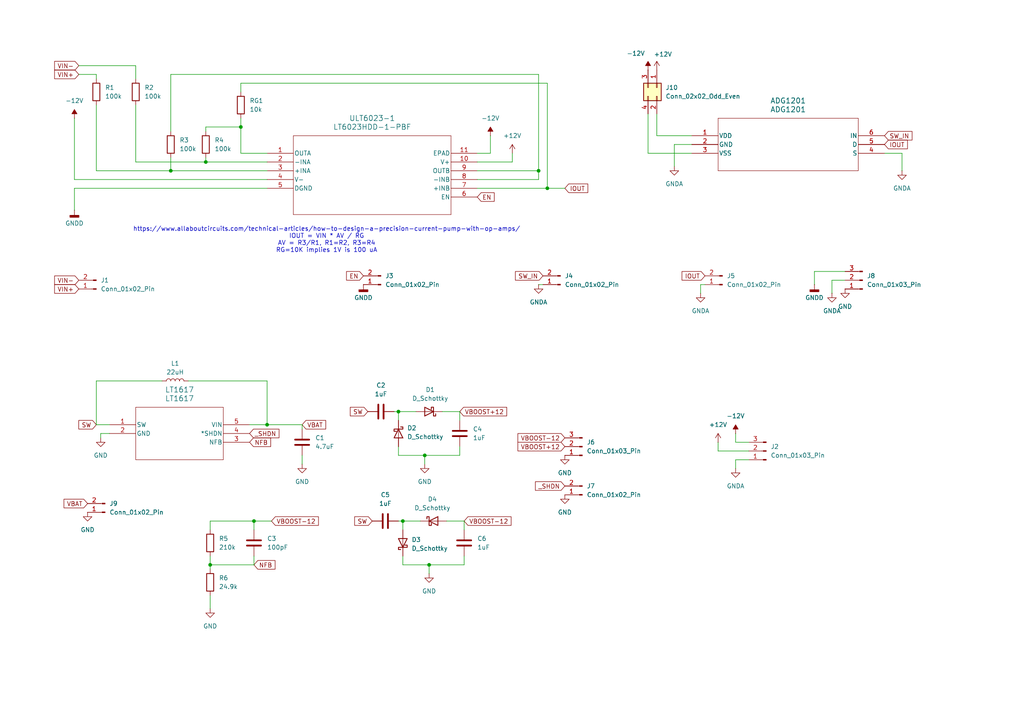
<source format=kicad_sch>
(kicad_sch (version 20231120) (generator "eeschema") (generator_version "8.0")
  (paper "A4")
  (lib_symbols
    (symbol "Connector:Conn_01x02_Pin" (pin_names (offset 1.016) hide)
      (property "Reference" "J" (at 0 2.54 0))
      (property "Value" "Conn_01x02_Pin" (at 0 -5.08 0))
      (symbol "Conn_01x02_Pin_1_1"
        (polyline (pts (xy 1.27 -2.54) (xy 0.8636 -2.54)) (stroke (width 0.1524)))
        (polyline (pts (xy 1.27 0) (xy 0.8636 0)) (stroke (width 0.1524)))
        (rectangle (start 0.8636 -2.413) (end 0 -2.667) (stroke (width 0.1524)) (fill (type outline)))
        (rectangle (start 0.8636 0.127) (end 0 -0.127) (stroke (width 0.1524)) (fill (type outline)))
        (pin passive line (at 5.08 0 180) (length 3.81) (name "Pin_1") (number "1"))
        (pin passive line (at 5.08 -2.54 180) (length 3.81) (name "Pin_2") (number "2"))
      )
    )
    (symbol "Connector:Conn_01x03_Pin" (pin_names (offset 1.016) hide)
      (property "Reference" "J" (at 0 5.08 0))
      (property "Value" "Conn_01x03_Pin" (at 0 -5.08 0))
      (symbol "Conn_01x03_Pin_1_1"
        (polyline (pts (xy 1.27 -2.54) (xy 0.8636 -2.54)) (stroke (width 0.1524)))
        (polyline (pts (xy 1.27 0) (xy 0.8636 0)) (stroke (width 0.1524)))
        (polyline (pts (xy 1.27 2.54) (xy 0.8636 2.54)) (stroke (width 0.1524)))
        (rectangle (start 0.8636 -2.413) (end 0 -2.667) (stroke (width 0.1524)) (fill (type outline)))
        (rectangle (start 0.8636 0.127) (end 0 -0.127) (stroke (width 0.1524)) (fill (type outline)))
        (rectangle (start 0.8636 2.667) (end 0 2.413) (stroke (width 0.1524)) (fill (type outline)))
        (pin passive line (at 5.08 2.54 180) (length 3.81) (name "Pin_1") (number "1"))
        (pin passive line (at 5.08 0 180) (length 3.81) (name "Pin_2") (number "2"))
        (pin passive line (at 5.08 -2.54 180) (length 3.81) (name "Pin_3") (number "3"))
      )
    )
    (symbol "Connector_Generic:Conn_02x02_Odd_Even" (pin_names (offset 1.016) hide)
      (property "Reference" "J" (at 1.27 2.54 0))
      (property "Value" "Conn_02x02_Odd_Even" (at 1.27 -5.08 0))
      (symbol "Conn_02x02_Odd_Even_1_1"
        (rectangle (start -1.27 -2.413) (end 0 -2.667) (stroke (width 0.1524)))
        (rectangle (start -1.27 0.127) (end 0 -0.127) (stroke (width 0.1524)))
        (rectangle (start -1.27 1.27) (end 3.81 -3.81) (stroke (width 0.254)) (fill (type background)))
        (rectangle (start 3.81 -2.413) (end 2.54 -2.667) (stroke (width 0.1524)))
        (rectangle (start 3.81 0.127) (end 2.54 -0.127) (stroke (width 0.1524)))
        (pin passive line (at -5.08 0 0) (length 3.81) (name "Pin_1") (number "1"))
        (pin passive line (at 7.62 0 180) (length 3.81) (name "Pin_2") (number "2"))
        (pin passive line (at -5.08 -2.54 0) (length 3.81) (name "Pin_3") (number "3"))
        (pin passive line (at 7.62 -2.54 180) (length 3.81) (name "Pin_4") (number "4"))
      )
    )
    (symbol "Device:C" (pin_numbers hide) (pin_names (offset 0.254))
      (property "Reference" "C" (at 0.635 2.54 0))
      (property "Value" "C" (at 0.635 -2.54 0))
      (symbol "C_0_1"
        (polyline (pts (xy -2.032 -0.762) (xy 2.032 -0.762)) (stroke (width 0.508)))
        (polyline (pts (xy -2.032 0.762) (xy 2.032 0.762)) (stroke (width 0.508)))
      )
      (symbol "C_1_1"
        (pin passive line (at 0 3.81 270) (length 2.794) (name "~") (number "1"))
        (pin passive line (at 0 -3.81 90) (length 2.794) (name "~") (number "2"))
      )
    )
    (symbol "Device:D_Schottky" (pin_numbers hide) (pin_names (offset 1.016) hide)
      (property "Reference" "D" (at 0 2.54 0))
      (property "Value" "D_Schottky" (at 0 -2.54 0))
      (symbol "D_Schottky_0_1"
        (polyline (pts (xy 1.27 0) (xy -1.27 0)))
        (polyline (pts (xy 1.27 1.27) (xy 1.27 -1.27) (xy -1.27 0) (xy 1.27 1.27)) (stroke (width 0.254)))
        (polyline (pts (xy -1.905 0.635) (xy -1.905 1.27) (xy -1.27 1.27) (xy -1.27 -1.27) (xy -0.635 -1.27) (xy -0.635 -0.635)) (stroke (width 0.254)))
      )
      (symbol "D_Schottky_1_1"
        (pin passive line (at -3.81 0 0) (length 2.54) (name "K") (number "1"))
        (pin passive line (at 3.81 0 180) (length 2.54) (name "A") (number "2"))
      )
    )
    (symbol "Device:L" (pin_numbers hide) (pin_names (offset 1.016) hide)
      (property "Reference" "L" (at -1.27 0 90))
      (property "Value" "L" (at 1.905 0 90))
      (symbol "L_0_1"
        (arc (start 0 -2.54) (mid 0.6323 -1.905) (end 0 -1.27))
        (arc (start 0 -1.27) (mid 0.6323 -0.635) (end 0 0))
        (arc (start 0 0) (mid 0.6323 0.635) (end 0 1.27))
        (arc (start 0 1.27) (mid 0.6323 1.905) (end 0 2.54))
      )
      (symbol "L_1_1"
        (pin passive line (at 0 3.81 270) (length 1.27) (name "1") (number "1"))
        (pin passive line (at 0 -3.81 90) (length 1.27) (name "2") (number "2"))
      )
    )
    (symbol "Device:R" (pin_numbers hide) (pin_names (offset 0))
      (property "Reference" "R" (at 2.032 0 90))
      (property "Value" "R" (at 0 0 90))
      (symbol "R_0_1"
        (rectangle (start -1.016 -2.54) (end 1.016 2.54) (stroke (width 0.254)))
      )
      (symbol "R_1_1"
        (pin passive line (at 0 3.81 270) (length 1.27) (name "~") (number "1"))
        (pin passive line (at 0 -3.81 90) (length 1.27) (name "~") (number "2"))
      )
    )
    (symbol "StiMo:ADG1201" (pin_names (offset 0.254))
      (property "Reference" "U" (at 27.94 10.16 0))
      (property "Value" "ADG1201" (at 27.94 7.62 0))
      (symbol "ADG1201_0_1"
        (polyline (pts (xy 7.62 -10.16) (xy 48.26 -10.16)) (stroke (width 0.127)))
        (polyline (pts (xy 7.62 5.08) (xy 7.62 -10.16)) (stroke (width 0.127)))
        (polyline (pts (xy 48.26 -10.16) (xy 48.26 5.08)) (stroke (width 0.127)))
        (polyline (pts (xy 48.26 5.08) (xy 7.62 5.08)) (stroke (width 0.127)))
        (pin power_in line (at 0 0 0) (length 7.62) (name "VDD") (number "1"))
        (pin unspecified line (at 0 -2.54 0) (length 7.62) (name "GND") (number "2"))
        (pin power_in line (at 0 -5.08 0) (length 7.62) (name "VSS") (number "3"))
        (pin unspecified line (at 55.88 -5.08 180) (length 7.62) (name "S") (number "4"))
        (pin unspecified line (at 55.88 -2.54 180) (length 7.62) (name "D") (number "5"))
        (pin unspecified line (at 55.88 0 180) (length 7.62) (name "IN") (number "6"))
      )
    )
    (symbol "StiMo:LT1617" (pin_names (offset 0.254))
      (property "Reference" "U" (at 20.32 10.16 0))
      (property "Value" "LT1617" (at 20.32 7.62 0))
      (symbol "LT1617_0_1"
        (polyline (pts (xy 7.62 -10.16) (xy 33.02 -10.16)) (stroke (width 0.127)))
        (polyline (pts (xy 7.62 5.08) (xy 7.62 -10.16)) (stroke (width 0.127)))
        (polyline (pts (xy 33.02 -10.16) (xy 33.02 5.08)) (stroke (width 0.127)))
        (polyline (pts (xy 33.02 5.08) (xy 7.62 5.08)) (stroke (width 0.127)))
        (pin unspecified line (at 0 0 0) (length 7.62) (name "SW") (number "1"))
        (pin power_in line (at 0 -2.54 0) (length 7.62) (name "GND") (number "2"))
        (pin unspecified line (at 40.64 -5.08 180) (length 7.62) (name "NFB") (number "3"))
        (pin unspecified line (at 40.64 -2.54 180) (length 7.62) (name "*SHDN") (number "4"))
        (pin input line (at 40.64 0 180) (length 7.62) (name "VIN") (number "5"))
      )
    )
    (symbol "StiMo:LT6023HDD-1-PBF" (pin_names (offset 0.254))
      (property "Reference" "U" (at 30.48 10.16 0))
      (property "Value" "LT6023HDD-1-PBF" (at 30.48 7.62 0))
      (symbol "LT6023HDD-1-PBF_0_1"
        (polyline (pts (xy 7.62 -17.78) (xy 53.34 -17.78)) (stroke (width 0.127)))
        (polyline (pts (xy 7.62 5.08) (xy 7.62 -17.78)) (stroke (width 0.127)))
        (polyline (pts (xy 53.34 -17.78) (xy 53.34 5.08)) (stroke (width 0.127)))
        (polyline (pts (xy 53.34 5.08) (xy 7.62 5.08)) (stroke (width 0.127)))
        (pin output line (at 0 0 0) (length 7.62) (name "OUTA") (number "1"))
        (pin power_in line (at 60.96 -2.54 180) (length 7.62) (name "V+") (number "10"))
        (pin unspecified line (at 60.96 0 180) (length 7.62) (name "EPAD") (number "11"))
        (pin input line (at 0 -2.54 0) (length 7.62) (name "-INA") (number "2"))
        (pin input line (at 0 -5.08 0) (length 7.62) (name "+INA") (number "3"))
        (pin power_in line (at 0 -7.62 0) (length 7.62) (name "V-") (number "4"))
        (pin power_in line (at 0 -10.16 0) (length 7.62) (name "DGND") (number "5"))
        (pin unspecified line (at 60.96 -12.7 180) (length 7.62) (name "EN") (number "6"))
        (pin input line (at 60.96 -10.16 180) (length 7.62) (name "+INB") (number "7"))
        (pin input line (at 60.96 -7.62 180) (length 7.62) (name "-INB") (number "8"))
        (pin output line (at 60.96 -5.08 180) (length 7.62) (name "OUTB") (number "9"))
      )
    )
    (symbol "power:+12V" (power) (pin_numbers hide) (pin_names (offset 0) hide)
      (property "Value" "+12V" (at 0 3.556 0))
      (symbol "+12V_0_1"
        (polyline (pts (xy -0.762 1.27) (xy 0 2.54)))
        (polyline (pts (xy 0 0) (xy 0 2.54)))
        (polyline (pts (xy 0 2.54) (xy 0.762 1.27)))
      )
      (symbol "+12V_1_1"
        (pin power_in line (at 0 0 90) (length 0) (name "~") (number "1"))
      )
    )
    (symbol "power:-12V" (power) (pin_numbers hide) (pin_names (offset 0) hide)
      (property "Value" "-12V" (at 0 3.556 0))
      (symbol "-12V_0_0"
        (pin power_in line (at 0 0 90) (length 0) (name "~") (number "1"))
      )
      (symbol "-12V_0_1"
        (polyline (pts (xy 0 0) (xy 0 1.27) (xy 0.762 1.27) (xy 0 2.54) (xy -0.762 1.27) (xy 0 1.27)) (fill (type outline)))
      )
    )
    (symbol "power:GND" (power) (pin_numbers hide) (pin_names (offset 0) hide)
      (property "Value" "GND" (at 0 -3.81 0))
      (symbol "GND_0_1"
        (polyline (pts (xy 0 0) (xy 0 -1.27) (xy 1.27 -1.27) (xy 0 -2.54) (xy -1.27 -1.27) (xy 0 -1.27)))
      )
      (symbol "GND_1_1"
        (pin power_in line (at 0 0 270) (length 0) (name "~") (number "1"))
      )
    )
    (symbol "power:GNDA" (power) (pin_numbers hide) (pin_names (offset 0) hide)
      (property "Value" "GNDA" (at 0 -3.81 0))
      (symbol "GNDA_0_1"
        (polyline (pts (xy 0 0) (xy 0 -1.27) (xy 1.27 -1.27) (xy 0 -2.54) (xy -1.27 -1.27) (xy 0 -1.27)))
      )
      (symbol "GNDA_1_1"
        (pin power_in line (at 0 0 270) (length 0) (name "~") (number "1"))
      )
    )
    (symbol "power:GNDD" (power) (pin_numbers hide) (pin_names (offset 0) hide)
      (property "Value" "GNDD" (at 0 -3.175 0))
      (symbol "GNDD_0_1"
        (rectangle (start -1.27 -1.524) (end 1.27 -2.032) (stroke (width 0.254)) (fill (type outline)))
        (polyline (pts (xy 0 0) (xy 0 -1.524)))
      )
      (symbol "GNDD_1_1"
        (pin power_in line (at 0 0 270) (length 0) (name "~") (number "1"))
      )
    )
  )
  (junction (at 73.66 151.13))
  (junction (at 49.53 49.53))
  (junction (at 158.75 54.61))
  (junction (at 156.21 49.53))
  (junction (at 123.19 132.08))
  (junction (at 59.69 46.99))
  (junction (at 60.96 163.83))
  (junction (at 77.47 123.19))
  (junction (at 116.84 151.13))
  (junction (at 69.85 36.83))
  (junction (at 115.57 119.38))
  (junction (at 124.46 163.83))
  (wire (pts (xy 73.66 163.83) (xy 73.66 161.29)))
  (wire (pts (xy 213.36 133.35) (xy 213.36 135.89)))
  (wire (pts (xy 133.35 119.38) (xy 128.27 119.38)))
  (wire (pts (xy 60.96 151.13) (xy 60.96 153.67)))
  (wire (pts (xy 213.36 128.27) (xy 213.36 125.73)))
  (wire (pts (xy 59.69 45.72) (xy 59.69 46.99)))
  (wire (pts (xy 60.96 161.29) (xy 60.96 163.83)))
  (wire (pts (xy 203.2 82.55) (xy 203.2 85.09)))
  (wire (pts (xy 138.43 44.45) (xy 142.24 44.45)))
  (wire (pts (xy 134.62 163.83) (xy 124.46 163.83)))
  (wire (pts (xy 22.86 19.05) (xy 39.37 19.05)))
  (wire (pts (xy 134.62 161.29) (xy 134.62 163.83)))
  (wire (pts (xy 49.53 45.72) (xy 49.53 49.53)))
  (wire (pts (xy 78.74 151.13) (xy 73.66 151.13)))
  (wire (pts (xy 241.3 81.28) (xy 245.11 81.28)))
  (wire (pts (xy 157.48 82.55) (xy 156.21 82.55)))
  (wire (pts (xy 208.28 130.81) (xy 208.28 128.27)))
  (wire (pts (xy 115.57 119.38) (xy 114.3 119.38)))
  (wire (pts (xy 115.57 132.08) (xy 115.57 129.54)))
  (wire (pts (xy 217.17 128.27) (xy 213.36 128.27)))
  (wire (pts (xy 116.84 151.13) (xy 115.57 151.13)))
  (wire (pts (xy 200.66 39.37) (xy 190.5 39.37)))
  (wire (pts (xy 73.66 151.13) (xy 73.66 153.67)))
  (wire (pts (xy 200.66 41.91) (xy 195.58 41.91)))
  (wire (pts (xy 148.59 46.99) (xy 148.59 44.45)))
  (wire (pts (xy 49.53 49.53) (xy 77.47 49.53)))
  (wire (pts (xy 261.62 44.45) (xy 261.62 49.53)))
  (wire (pts (xy 21.59 54.61) (xy 77.47 54.61)))
  (wire (pts (xy 39.37 22.86) (xy 39.37 19.05)))
  (wire (pts (xy 69.85 34.29) (xy 69.85 36.83)))
  (wire (pts (xy 123.19 132.08) (xy 115.57 132.08)))
  (wire (pts (xy 138.43 49.53) (xy 156.21 49.53)))
  (wire (pts (xy 121.92 151.13) (xy 116.84 151.13)))
  (wire (pts (xy 77.47 123.19) (xy 87.63 123.19)))
  (wire (pts (xy 69.85 36.83) (xy 69.85 44.45)))
  (wire (pts (xy 39.37 30.48) (xy 39.37 46.99)))
  (wire (pts (xy 60.96 172.72) (xy 60.96 176.53)))
  (wire (pts (xy 133.35 121.92) (xy 133.35 119.38)))
  (wire (pts (xy 21.59 52.07) (xy 21.59 34.29)))
  (wire (pts (xy 236.22 78.74) (xy 245.11 78.74)))
  (wire (pts (xy 138.43 46.99) (xy 148.59 46.99)))
  (wire (pts (xy 120.65 119.38) (xy 115.57 119.38)))
  (wire (pts (xy 77.47 52.07) (xy 21.59 52.07)))
  (wire (pts (xy 217.17 133.35) (xy 213.36 133.35)))
  (wire (pts (xy 69.85 44.45) (xy 77.47 44.45)))
  (wire (pts (xy 217.17 130.81) (xy 208.28 130.81)))
  (wire (pts (xy 60.96 163.83) (xy 73.66 163.83)))
  (wire (pts (xy 59.69 36.83) (xy 69.85 36.83)))
  (wire (pts (xy 187.96 44.45) (xy 200.66 44.45)))
  (wire (pts (xy 138.43 52.07) (xy 156.21 52.07)))
  (wire (pts (xy 158.75 54.61) (xy 163.83 54.61)))
  (wire (pts (xy 27.94 110.49) (xy 27.94 123.19)))
  (wire (pts (xy 69.85 26.67) (xy 69.85 24.13)))
  (wire (pts (xy 190.5 39.37) (xy 190.5 33.02)))
  (wire (pts (xy 72.39 123.19) (xy 77.47 123.19)))
  (wire (pts (xy 73.66 151.13) (xy 60.96 151.13)))
  (wire (pts (xy 158.75 24.13) (xy 158.75 54.61)))
  (wire (pts (xy 59.69 36.83) (xy 59.69 38.1)))
  (wire (pts (xy 134.62 153.67) (xy 134.62 151.13)))
  (wire (pts (xy 156.21 52.07) (xy 156.21 49.53)))
  (wire (pts (xy 21.59 60.96) (xy 21.59 54.61)))
  (wire (pts (xy 156.21 21.59) (xy 156.21 49.53)))
  (wire (pts (xy 29.21 125.73) (xy 31.75 125.73)))
  (wire (pts (xy 116.84 163.83) (xy 116.84 161.29)))
  (wire (pts (xy 27.94 22.86) (xy 27.94 21.59)))
  (wire (pts (xy 49.53 21.59) (xy 156.21 21.59)))
  (wire (pts (xy 142.24 44.45) (xy 142.24 39.37)))
  (wire (pts (xy 124.46 163.83) (xy 124.46 166.37)))
  (wire (pts (xy 133.35 129.54) (xy 133.35 132.08)))
  (wire (pts (xy 236.22 82.55) (xy 236.22 78.74)))
  (wire (pts (xy 77.47 110.49) (xy 54.61 110.49)))
  (wire (pts (xy 241.3 85.09) (xy 241.3 81.28)))
  (wire (pts (xy 27.94 49.53) (xy 27.94 30.48)))
  (wire (pts (xy 29.21 127) (xy 29.21 125.73)))
  (wire (pts (xy 77.47 123.19) (xy 77.47 110.49)))
  (wire (pts (xy 138.43 54.61) (xy 158.75 54.61)))
  (wire (pts (xy 59.69 46.99) (xy 77.47 46.99)))
  (wire (pts (xy 124.46 163.83) (xy 116.84 163.83)))
  (wire (pts (xy 27.94 123.19) (xy 31.75 123.19)))
  (wire (pts (xy 115.57 119.38) (xy 115.57 121.92)))
  (wire (pts (xy 204.47 82.55) (xy 203.2 82.55)))
  (wire (pts (xy 39.37 46.99) (xy 59.69 46.99)))
  (wire (pts (xy 27.94 49.53) (xy 49.53 49.53)))
  (wire (pts (xy 46.99 110.49) (xy 27.94 110.49)))
  (wire (pts (xy 195.58 41.91) (xy 195.58 48.26)))
  (wire (pts (xy 133.35 132.08) (xy 123.19 132.08)))
  (wire (pts (xy 87.63 134.62) (xy 87.63 132.08)))
  (wire (pts (xy 187.96 33.02) (xy 187.96 44.45)))
  (wire (pts (xy 134.62 151.13) (xy 129.54 151.13)))
  (wire (pts (xy 116.84 151.13) (xy 116.84 153.67)))
  (wire (pts (xy 69.85 24.13) (xy 158.75 24.13)))
  (wire (pts (xy 123.19 132.08) (xy 123.19 134.62)))
  (wire (pts (xy 49.53 38.1) (xy 49.53 21.59)))
  (wire (pts (xy 256.54 44.45) (xy 261.62 44.45)))
  (wire (pts (xy 22.86 21.59) (xy 27.94 21.59)))
  (wire (pts (xy 60.96 163.83) (xy 60.96 165.1)))
  (wire (pts (xy 87.63 123.19) (xy 87.63 124.46)))
  (text "https://www.allaboutcircuits.com/technical-articles/how-to-design-a-precision-current-pump-with-op-amps/\nIOUT = VIN * AV / RG\nAV = R3/R1, R1=R2, R3=R4\nRG=10K implies 1V is 100 uA" (at 94.742 69.596 0) (effects (font (size 1.27 1.27))))
  (global_label "VBOOST-12" (shape input) (at 78.74 151.13 0) (property "Intersheetrefs" "${INTERSHEET_REFS}" (effects (hide yes))))
  (global_label "NFB" (shape input) (at 73.66 163.83 0) (property "Intersheetrefs" "${INTERSHEET_REFS}" (effects (hide yes))))
  (global_label "VIN+" (shape input) (at 22.86 83.82 180) (property "Intersheetrefs" "${INTERSHEET_REFS}" (effects (hide yes))))
  (global_label "_SHDN" (shape input) (at 72.39 125.73 0) (property "Intersheetrefs" "${INTERSHEET_REFS}" (effects (hide yes))))
  (global_label "SW" (shape input) (at 27.94 123.19 180) (property "Intersheetrefs" "${INTERSHEET_REFS}" (effects (hide yes))))
  (global_label "NFB" (shape input) (at 72.39 128.27 0) (property "Intersheetrefs" "${INTERSHEET_REFS}" (effects (hide yes))))
  (global_label "IOUT" (shape input) (at 204.47 80.01 180) (property "Intersheetrefs" "${INTERSHEET_REFS}" (effects (hide yes))))
  (global_label "VBOOST-12" (shape input) (at 134.62 151.13 0) (property "Intersheetrefs" "${INTERSHEET_REFS}" (effects (hide yes))))
  (global_label "SW_IN" (shape input) (at 157.48 80.01 180) (property "Intersheetrefs" "${INTERSHEET_REFS}" (effects (hide yes))))
  (global_label "VBAT" (shape input) (at 87.63 123.19 0) (property "Intersheetrefs" "${INTERSHEET_REFS}" (effects (hide yes))))
  (global_label "IOUT" (shape input) (at 256.54 41.91 0) (property "Intersheetrefs" "${INTERSHEET_REFS}" (effects (hide yes))))
  (global_label "EN" (shape input) (at 105.41 80.01 180) (property "Intersheetrefs" "${INTERSHEET_REFS}" (effects (hide yes))))
  (global_label "VBOOST+12" (shape input) (at 133.35 119.38 0) (property "Intersheetrefs" "${INTERSHEET_REFS}" (effects (hide yes))))
  (global_label "VIN-" (shape input) (at 22.86 19.05 180) (property "Intersheetrefs" "${INTERSHEET_REFS}" (effects (hide yes))))
  (global_label "VBOOST+12" (shape input) (at 163.83 129.54 180) (property "Intersheetrefs" "${INTERSHEET_REFS}" (effects (hide yes))))
  (global_label "VIN-" (shape input) (at 22.86 81.28 180) (property "Intersheetrefs" "${INTERSHEET_REFS}" (effects (hide yes))))
  (global_label "EN" (shape input) (at 138.43 57.15 0) (property "Intersheetrefs" "${INTERSHEET_REFS}" (effects (hide yes))))
  (global_label "IOUT" (shape input) (at 163.83 54.61 0) (property "Intersheetrefs" "${INTERSHEET_REFS}" (effects (hide yes))))
  (global_label "VIN+" (shape input) (at 22.86 21.59 180) (property "Intersheetrefs" "${INTERSHEET_REFS}" (effects (hide yes))))
  (global_label "_SHDN" (shape input) (at 163.83 140.97 180) (property "Intersheetrefs" "${INTERSHEET_REFS}" (effects (hide yes))))
  (global_label "VBOOST-12" (shape input) (at 163.83 127 180) (property "Intersheetrefs" "${INTERSHEET_REFS}" (effects (hide yes))))
  (global_label "SW_IN" (shape input) (at 256.54 39.37 0) (property "Intersheetrefs" "${INTERSHEET_REFS}" (effects (hide yes))))
  (global_label "VBAT" (shape input) (at 25.4 146.05 180) (property "Intersheetrefs" "${INTERSHEET_REFS}" (effects (hide yes))))
  (global_label "SW" (shape input) (at 107.95 151.13 180) (property "Intersheetrefs" "${INTERSHEET_REFS}" (effects (hide yes))))
  (global_label "SW" (shape input) (at 106.68 119.38 180) (property "Intersheetrefs" "${INTERSHEET_REFS}" (effects (hide yes))))
  (symbol (lib_id "StiMo:LT1617") (at 31.75 123.19 0) (unit 1)
    (property "Reference" "LT1617" (at 52.07 113.03 0) (effects (font (size 1.524 1.524))))
    (property "Value" "LT1617" (at 52.07 115.57 0) (effects (font (size 1.524 1.524))))
    (property "Footprint" "StiMo:S_5_ADI" (effects (hide yes)))
    (property "Datasheet" "LT1617ES5-TRMPBF" (effects (hide yes)))
  )
  (symbol (lib_id "Device:C") (at 134.62 157.48 0) (unit 1)
    (property "Reference" "C6" (at 138.43 156.2099 0) (effects (justify left)))
    (property "Value" "1uF" (at 138.43 158.7499 0) (effects (justify left)))
    (property "Footprint" "Capacitor_SMD:C_0603_1608Metric" (effects (hide yes)))
    (property "Description" "Unpolarized capacitor" (effects (hide yes)))
  )
  (symbol (lib_id "power:GND") (at 123.19 134.62 0) (unit 1)
    (property "Reference" "#PWR018" (effects (hide yes)))
    (property "Value" "GND" (at 123.19 139.7 0))
    (property "Description" "Power symbol creates a global label with name \"GND\" , ground" (effects (hide yes)))
  )
  (symbol (lib_id "power:-12V") (at 187.96 20.32 0) (unit 1)
    (property "Reference" "#PWR06" (effects (hide yes)))
    (property "Value" "-12V" (at 184.404 15.494 0))
    (property "Description" "Power symbol creates a global label with name \"-12V\"" (effects (hide yes)))
  )
  (symbol (lib_id "power:GND") (at 25.4 148.59 0) (unit 1)
    (property "Reference" "#PWR025" (effects (hide yes)))
    (property "Value" "GND" (at 25.4 153.67 0))
    (property "Description" "Power symbol creates a global label with name \"GND\" , ground" (effects (hide yes)))
  )
  (symbol (lib_id "Device:D_Schottky") (at 115.57 125.73 270) (unit 1)
    (property "Reference" "D2" (at 118.11 124.1424 90) (effects (justify left)))
    (property "Value" "D_Schottky" (at 118.11 126.6824 90) (effects (justify left)))
    (property "Footprint" "Diode_SMD:D_0805_2012Metric" (effects (hide yes)))
    (property "Description" "Schottky diode" (effects (hide yes)))
  )
  (symbol (lib_id "power:GND") (at 245.11 83.82 0) (unit 1)
    (property "Reference" "#PWR022" (effects (hide yes)))
    (property "Value" "GND" (at 245.11 88.9 0))
    (property "Description" "Power symbol creates a global label with name \"GND\" , ground" (effects (hide yes)))
  )
  (symbol (lib_id "power:+12V") (at 208.28 128.27 0) (unit 1)
    (property "Reference" "#PWR027" (effects (hide yes)))
    (property "Value" "+12V" (at 208.28 123.19 0))
    (property "Description" "Power symbol creates a global label with name \"+12V\"" (effects (hide yes)))
  )
  (symbol (lib_id "Device:R") (at 60.96 157.48 0) (unit 1)
    (property "Reference" "R5" (at 63.5 156.2099 0) (effects (justify left)))
    (property "Value" "210k" (at 63.5 158.7499 0) (effects (justify left)))
    (property "Footprint" "Resistor_SMD:R_0603_1608Metric" (effects (hide yes)))
    (property "Description" "Resistor" (effects (hide yes)))
  )
  (symbol (lib_id "Device:C") (at 110.49 119.38 90) (unit 1)
    (property "Reference" "C2" (at 110.49 111.76 90))
    (property "Value" "1uF" (at 110.49 114.3 90))
    (property "Footprint" "Capacitor_SMD:C_0603_1608Metric" (effects (hide yes)))
    (property "Description" "Unpolarized capacitor" (effects (hide yes)))
  )
  (symbol (lib_id "Connector:Conn_01x02_Pin") (at 30.48 148.59 180) (unit 1)
    (property "Reference" "J9" (at 31.75 146.0499 0) (effects (justify right)))
    (property "Value" "Conn_01x02_Pin" (at 31.75 148.5899 0) (effects (justify right)))
    (property "Footprint" "Connector_PinHeader_2.54mm:PinHeader_1x02_P2.54mm_Vertical" (effects (hide yes)))
    (property "Description" "Generic connector, single row, 01x02, script generated" (effects (hide yes)))
  )
  (symbol (lib_id "Connector:Conn_01x03_Pin") (at 168.91 129.54 180) (unit 1)
    (property "Reference" "J6" (at 170.18 128.2699 0) (effects (justify right)))
    (property "Value" "Conn_01x03_Pin" (at 170.18 130.8099 0) (effects (justify right)))
    (property "Footprint" "Connector_PinHeader_2.54mm:PinHeader_1x03_P2.54mm_Vertical" (effects (hide yes)))
    (property "Description" "Generic connector, single row, 01x03, script generated" (effects (hide yes)))
  )
  (symbol (lib_id "Device:R") (at 27.94 26.67 0) (unit 1)
    (property "Reference" "R1" (at 30.48 25.3999 0) (effects (justify left)))
    (property "Value" "100k" (at 30.48 27.9399 0) (effects (justify left)))
    (property "Footprint" "Resistor_SMD:R_0805_2012Metric" (effects (hide yes)))
    (property "Description" "Resistor" (effects (hide yes)))
  )
  (symbol (lib_id "Device:D_Schottky") (at 124.46 119.38 180) (unit 1)
    (property "Reference" "D1" (at 124.7775 113.03 0))
    (property "Value" "D_Schottky" (at 124.7775 115.57 0))
    (property "Footprint" "Diode_SMD:D_0805_2012Metric" (effects (hide yes)))
    (property "Description" "Schottky diode" (effects (hide yes)))
  )
  (symbol (lib_id "Device:R") (at 59.69 41.91 0) (unit 1)
    (property "Reference" "R4" (at 62.23 40.6399 0) (effects (justify left)))
    (property "Value" "100k" (at 62.23 43.1799 0) (effects (justify left)))
    (property "Footprint" "Resistor_SMD:R_0805_2012Metric" (effects (hide yes)))
    (property "Description" "Resistor" (effects (hide yes)))
  )
  (symbol (lib_id "power:GNDA") (at 261.62 49.53 0) (unit 1)
    (property "Reference" "#PWR08" (effects (hide yes)))
    (property "Value" "GNDA" (at 261.62 54.61 0))
    (property "Description" "Power symbol creates a global label with name \"GNDA\" , analog ground" (effects (hide yes)))
  )
  (symbol (lib_id "Device:C") (at 87.63 128.27 180) (unit 1)
    (property "Reference" "C1" (at 91.44 126.9999 0) (effects (justify right)))
    (property "Value" "4.7uF" (at 91.44 129.5399 0) (effects (justify right)))
    (property "Footprint" "Capacitor_SMD:C_0805_2012Metric" (effects (hide yes)))
    (property "Description" "Unpolarized capacitor" (effects (hide yes)))
  )
  (symbol (lib_id "Device:C") (at 133.35 125.73 0) (unit 1)
    (property "Reference" "C4" (at 137.16 124.4599 0) (effects (justify left)))
    (property "Value" "1uF" (at 137.16 126.9999 0) (effects (justify left)))
    (property "Footprint" "Capacitor_SMD:C_0603_1608Metric" (effects (hide yes)))
    (property "Description" "Unpolarized capacitor" (effects (hide yes)))
  )
  (symbol (lib_id "power:GNDA") (at 213.36 135.89 0) (unit 1)
    (property "Reference" "#PWR028" (effects (hide yes)))
    (property "Value" "GNDA" (at 213.36 140.97 0))
    (property "Description" "Power symbol creates a global label with name \"GNDA\" , analog ground" (effects (hide yes)))
  )
  (symbol (lib_id "Connector:Conn_01x02_Pin") (at 168.91 143.51 180) (unit 1)
    (property "Reference" "J7" (at 170.18 140.9699 0) (effects (justify right)))
    (property "Value" "Conn_01x02_Pin" (at 170.18 143.5099 0) (effects (justify right)))
    (property "Footprint" "Connector_PinHeader_2.54mm:PinHeader_1x02_P2.54mm_Vertical" (effects (hide yes)))
    (property "Description" "Generic connector, single row, 01x02, script generated" (effects (hide yes)))
  )
  (symbol (lib_id "power:GND") (at 163.83 143.51 0) (unit 1)
    (property "Reference" "#PWR023" (effects (hide yes)))
    (property "Value" "GND" (at 163.83 148.59 0))
    (property "Description" "Power symbol creates a global label with name \"GND\" , ground" (effects (hide yes)))
  )
  (symbol (lib_id "StiMo:LT6023HDD-1-PBF") (at 77.47 44.45 0) (unit 1)
    (property "Reference" "ULT6023-1" (at 107.95 34.29 0) (effects (font (size 1.524 1.524))))
    (property "Value" "LT6023HDD-1-PBF" (at 107.95 36.83 0) (effects (font (size 1.524 1.524))))
    (property "Footprint" "StiMo:DFN-10_DD_LIT" (effects (hide yes)))
    (property "Datasheet" "LT6023HDD-1-PBF" (effects (hide yes)))
  )
  (symbol (lib_id "power:+12V") (at 148.59 44.45 0) (unit 1)
    (property "Reference" "#PWR02" (effects (hide yes)))
    (property "Value" "+12V" (at 148.59 39.37 0))
    (property "Description" "Power symbol creates a global label with name \"+12V\"" (effects (hide yes)))
  )
  (symbol (lib_id "power:-12V") (at 142.24 39.37 0) (unit 1)
    (property "Reference" "#PWR04" (effects (hide yes)))
    (property "Value" "-12V" (at 142.24 34.29 0))
    (property "Description" "Power symbol creates a global label with name \"-12V\"" (effects (hide yes)))
  )
  (symbol (lib_id "power:GND") (at 163.83 132.08 0) (unit 1)
    (property "Reference" "#PWR021" (effects (hide yes)))
    (property "Value" "GND" (at 163.83 137.16 0))
    (property "Description" "Power symbol creates a global label with name \"GND\" , ground" (effects (hide yes)))
  )
  (symbol (lib_id "power:GNDA") (at 241.3 85.09 0) (unit 1)
    (property "Reference" "#PWR012" (effects (hide yes)))
    (property "Value" "GNDA" (at 241.3 90.17 0))
    (property "Description" "Power symbol creates a global label with name \"GNDA\" , analog ground" (effects (hide yes)))
  )
  (symbol (lib_id "Device:L") (at 50.8 110.49 90) (unit 1)
    (property "Reference" "L1" (at 50.8 105.41 90))
    (property "Value" "22uH" (at 50.8 107.95 90))
    (property "Footprint" "Inductor_SMD:L_1210_3225Metric" (effects (hide yes)))
    (property "Datasheet" "https://mou.sr/3GE1ZrK" (effects (hide yes)))
    (property "Description" "Inductor" (effects (hide yes)))
  )
  (symbol (lib_id "power:GNDA") (at 195.58 48.26 0) (unit 1)
    (property "Reference" "#PWR07" (effects (hide yes)))
    (property "Value" "GNDA" (at 195.58 53.34 0))
    (property "Description" "Power symbol creates a global label with name \"GNDA\" , analog ground" (effects (hide yes)))
  )
  (symbol (lib_id "Device:D_Schottky") (at 116.84 157.48 90) (unit 1)
    (property "Reference" "D3" (at 119.38 156.5274 90) (effects (justify right)))
    (property "Value" "D_Schottky" (at 119.38 159.0674 90) (effects (justify right)))
    (property "Footprint" "Diode_SMD:D_0805_2012Metric" (effects (hide yes)))
    (property "Description" "Schottky diode" (effects (hide yes)))
  )
  (symbol (lib_id "power:-12V") (at 213.36 125.73 0) (unit 1)
    (property "Reference" "#PWR026" (effects (hide yes)))
    (property "Value" "-12V" (at 213.36 120.65 0))
    (property "Description" "Power symbol creates a global label with name \"-12V\"" (effects (hide yes)))
  )
  (symbol (lib_id "power:GNDD") (at 236.22 82.55 0) (unit 1)
    (property "Reference" "#PWR013" (effects (hide yes)))
    (property "Value" "GNDD" (at 236.22 86.36 0))
    (property "Description" "Power symbol creates a global label with name \"GNDD\" , digital ground" (effects (hide yes)))
  )
  (symbol (lib_id "Device:R") (at 69.85 30.48 0) (unit 1)
    (property "Reference" "RG1" (at 72.39 29.2099 0) (effects (justify left)))
    (property "Value" "10k" (at 72.39 31.7499 0) (effects (justify left)))
    (property "Footprint" "Resistor_SMD:R_0805_2012Metric" (effects (hide yes)))
    (property "Description" "Resistor" (effects (hide yes)))
  )
  (symbol (lib_id "Connector:Conn_01x02_Pin") (at 162.56 82.55 180) (unit 1)
    (property "Reference" "J4" (at 163.83 80.0099 0) (effects (justify right)))
    (property "Value" "Conn_01x02_Pin" (at 163.83 82.5499 0) (effects (justify right)))
    (property "Footprint" "Connector_PinHeader_2.54mm:PinHeader_1x02_P2.54mm_Vertical" (effects (hide yes)))
    (property "Description" "Generic connector, single row, 01x02, script generated" (effects (hide yes)))
  )
  (symbol (lib_id "Device:R") (at 39.37 26.67 0) (unit 1)
    (property "Reference" "R2" (at 41.91 25.3999 0) (effects (justify left)))
    (property "Value" "100k" (at 41.91 27.9399 0) (effects (justify left)))
    (property "Footprint" "Resistor_SMD:R_0805_2012Metric" (effects (hide yes)))
    (property "Description" "Resistor" (effects (hide yes)))
  )
  (symbol (lib_id "Device:R") (at 49.53 41.91 0) (unit 1)
    (property "Reference" "R3" (at 52.07 40.6399 0) (effects (justify left)))
    (property "Value" "100k" (at 52.07 43.1799 0) (effects (justify left)))
    (property "Footprint" "Resistor_SMD:R_0805_2012Metric" (effects (hide yes)))
    (property "Description" "Resistor" (effects (hide yes)))
  )
  (symbol (lib_id "Connector:Conn_01x03_Pin") (at 250.19 81.28 180) (unit 1)
    (property "Reference" "J8" (at 251.46 80.0099 0) (effects (justify right)))
    (property "Value" "Conn_01x03_Pin" (at 251.46 82.5499 0) (effects (justify right)))
    (property "Footprint" "Connector_PinHeader_2.54mm:PinHeader_1x03_P2.54mm_Vertical" (effects (hide yes)))
    (property "Description" "Generic connector, single row, 01x03, script generated" (effects (hide yes)))
  )
  (symbol (lib_id "Connector:Conn_01x02_Pin") (at 209.55 82.55 180) (unit 1)
    (property "Reference" "J5" (at 210.82 80.0099 0) (effects (justify right)))
    (property "Value" "Conn_01x02_Pin" (at 210.82 82.5499 0) (effects (justify right)))
    (property "Footprint" "Connector_PinHeader_2.54mm:PinHeader_1x02_P2.54mm_Vertical" (effects (hide yes)))
    (property "Description" "Generic connector, single row, 01x02, script generated" (effects (hide yes)))
  )
  (symbol (lib_id "power:-12V") (at 21.59 34.29 0) (unit 1)
    (property "Reference" "#PWR03" (effects (hide yes)))
    (property "Value" "-12V" (at 21.59 29.21 0))
    (property "Description" "Power symbol creates a global label with name \"-12V\"" (effects (hide yes)))
  )
  (symbol (lib_id "power:GND") (at 124.46 166.37 0) (unit 1)
    (property "Reference" "#PWR019" (effects (hide yes)))
    (property "Value" "GND" (at 124.46 171.45 0))
    (property "Description" "Power symbol creates a global label with name \"GND\" , ground" (effects (hide yes)))
  )
  (symbol (lib_id "power:GNDD") (at 105.41 82.55 0) (unit 1)
    (property "Reference" "#PWR024" (effects (hide yes)))
    (property "Value" "GNDD" (at 105.41 86.36 0))
    (property "Description" "Power symbol creates a global label with name \"GNDD\" , digital ground" (effects (hide yes)))
  )
  (symbol (lib_id "power:GNDD") (at 21.59 60.96 0) (unit 1)
    (property "Reference" "#PWR01" (effects (hide yes)))
    (property "Value" "GNDD" (at 21.59 64.77 0))
    (property "Description" "Power symbol creates a global label with name \"GNDD\" , digital ground" (effects (hide yes)))
  )
  (symbol (lib_id "power:GND") (at 60.96 176.53 0) (unit 1)
    (property "Reference" "#PWR020" (effects (hide yes)))
    (property "Value" "GND" (at 60.96 181.61 0))
    (property "Description" "Power symbol creates a global label with name \"GND\" , ground" (effects (hide yes)))
  )
  (symbol (lib_id "Device:R") (at 60.96 168.91 0) (unit 1)
    (property "Reference" "R6" (at 63.5 167.6399 0) (effects (justify left)))
    (property "Value" "24.9k" (at 63.5 170.1799 0) (effects (justify left)))
    (property "Footprint" "Resistor_SMD:R_0603_1608Metric" (effects (hide yes)))
    (property "Description" "Resistor" (effects (hide yes)))
  )
  (symbol (lib_id "Device:D_Schottky") (at 125.73 151.13 0) (unit 1)
    (property "Reference" "D4" (at 125.4125 144.78 0))
    (property "Value" "D_Schottky" (at 125.4125 147.32 0))
    (property "Footprint" "Diode_SMD:D_0805_2012Metric" (effects (hide yes)))
    (property "Description" "Schottky diode" (effects (hide yes)))
  )
  (symbol (lib_id "Connector_Generic:Conn_02x02_Odd_Even") (at 190.5 25.4 270) (unit 1)
    (property "Reference" "J10" (at 193.04 25.3999 90) (effects (justify left)))
    (property "Value" "Conn_02x02_Odd_Even" (at 193.04 27.9399 90) (effects (justify left)))
    (property "Footprint" "Connector_PinHeader_2.54mm:PinHeader_2x02_P2.54mm_Vertical" (effects (hide yes)))
    (property "Description" "Generic connector, double row, 02x02, odd/even pin numbering scheme (row 1 odd numbers, row 2 even numbers), script generated (kicad-library-utils/schlib/autogen/connector/)" (effects (hide yes)))
  )
  (symbol (lib_id "power:GNDA") (at 203.2 85.09 0) (unit 1)
    (property "Reference" "#PWR015" (effects (hide yes)))
    (property "Value" "GNDA" (at 203.2 90.17 0))
    (property "Description" "Power symbol creates a global label with name \"GNDA\" , analog ground" (effects (hide yes)))
  )
  (symbol (lib_id "power:+12V") (at 190.5 20.32 0) (unit 1)
    (property "Reference" "#PWR05" (effects (hide yes)))
    (property "Value" "+12V" (at 192.278 15.748 0))
    (property "Description" "Power symbol creates a global label with name \"+12V\"" (effects (hide yes)))
  )
  (symbol (lib_id "Connector:Conn_01x03_Pin") (at 222.25 130.81 180) (unit 1)
    (property "Reference" "J2" (at 223.52 129.5399 0) (effects (justify right)))
    (property "Value" "Conn_01x03_Pin" (at 223.52 132.0799 0) (effects (justify right)))
    (property "Footprint" "Connector_PinHeader_2.54mm:PinHeader_1x03_P2.54mm_Vertical" (effects (hide yes)))
    (property "Description" "Generic connector, single row, 01x03, script generated" (effects (hide yes)))
  )
  (symbol (lib_id "power:GND") (at 29.21 127 0) (unit 1)
    (property "Reference" "#PWR017" (effects (hide yes)))
    (property "Value" "GND" (at 29.21 132.08 0))
    (property "Description" "Power symbol creates a global label with name \"GND\" , ground" (effects (hide yes)))
  )
  (symbol (lib_id "power:GNDA") (at 156.21 82.55 0) (unit 1)
    (property "Reference" "#PWR014" (effects (hide yes)))
    (property "Value" "GNDA" (at 156.21 87.63 0))
    (property "Description" "Power symbol creates a global label with name \"GNDA\" , analog ground" (effects (hide yes)))
  )
  (symbol (lib_id "Device:C") (at 111.76 151.13 90) (unit 1)
    (property "Reference" "C5" (at 111.76 143.51 90))
    (property "Value" "1uF" (at 111.76 146.05 90))
    (property "Footprint" "Capacitor_SMD:C_0603_1608Metric" (effects (hide yes)))
    (property "Description" "Unpolarized capacitor" (effects (hide yes)))
  )
  (symbol (lib_id "power:GND") (at 87.63 134.62 0) (unit 1)
    (property "Reference" "#PWR016" (effects (hide yes)))
    (property "Value" "GND" (at 87.63 139.7 0))
    (property "Description" "Power symbol creates a global label with name \"GND\" , ground" (effects (hide yes)))
  )
  (symbol (lib_id "StiMo:ADG1201") (at 200.66 39.37 0) (unit 1)
    (property "Reference" "ADG1201" (at 228.6 29.21 0) (effects (font (size 1.524 1.524))))
    (property "Value" "ADG1201" (at 228.6 31.75 0) (effects (font (size 1.524 1.524))))
    (property "Footprint" "StiMo:RJ_6_ADI" (effects (hide yes)))
    (property "Datasheet" "ADG1201BRJZ-R2" (effects (hide yes)))
  )
  (symbol (lib_id "Connector:Conn_01x02_Pin") (at 27.94 83.82 180) (unit 1)
    (property "Reference" "J1" (at 29.21 81.2799 0) (effects (justify right)))
    (property "Value" "Conn_01x02_Pin" (at 29.21 83.8199 0) (effects (justify right)))
    (property "Footprint" "Connector_PinHeader_2.54mm:PinHeader_1x02_P2.54mm_Vertical" (effects (hide yes)))
    (property "Description" "Generic connector, single row, 01x02, script generated" (effects (hide yes)))
  )
  (symbol (lib_id "Device:C") (at 73.66 157.48 0) (unit 1)
    (property "Reference" "C3" (at 77.47 156.2099 0) (effects (justify left)))
    (property "Value" "100pF" (at 77.47 158.7499 0) (effects (justify left)))
    (property "Footprint" "Capacitor_SMD:C_0603_1608Metric" (effects (hide yes)))
    (property "Description" "Unpolarized capacitor" (effects (hide yes)))
  )
  (symbol (lib_id "Connector:Conn_01x02_Pin") (at 110.49 82.55 180) (unit 1)
    (property "Reference" "J3" (at 111.76 80.0099 0) (effects (justify right)))
    (property "Value" "Conn_01x02_Pin" (at 111.76 82.5499 0) (effects (justify right)))
    (property "Footprint" "Connector_PinHeader_2.54mm:PinHeader_1x02_P2.54mm_Vertical" (effects (hide yes)))
    (property "Description" "Generic connector, single row, 01x02, script generated" (effects (hide yes)))
  )
)
</source>
